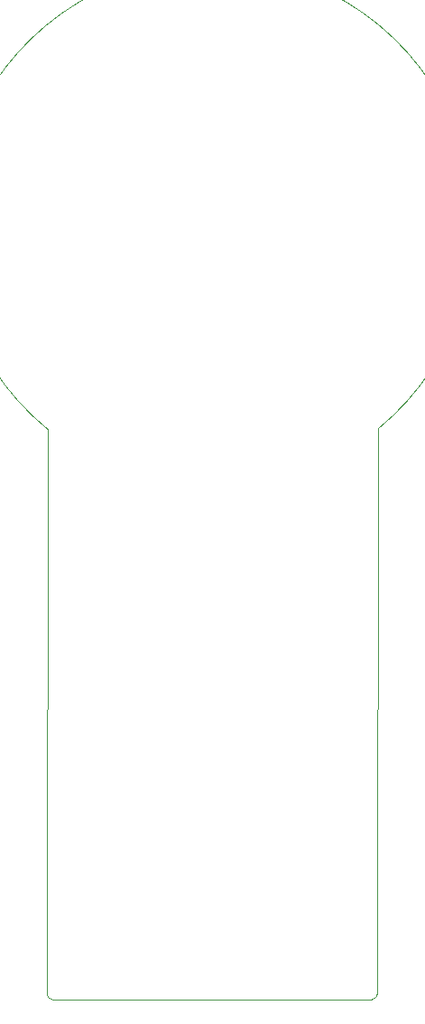
<source format=gbr>
%TF.GenerationSoftware,KiCad,Pcbnew,9.0.0*%
%TF.CreationDate,2025-04-01T22:06:04-04:00*%
%TF.ProjectId,asl,61736c2e-6b69-4636-9164-5f7063625858,rev?*%
%TF.SameCoordinates,Original*%
%TF.FileFunction,Profile,NP*%
%FSLAX46Y46*%
G04 Gerber Fmt 4.6, Leading zero omitted, Abs format (unit mm)*
G04 Created by KiCad (PCBNEW 9.0.0) date 2025-04-01 22:06:04*
%MOMM*%
%LPD*%
G01*
G04 APERTURE LIST*
%TA.AperFunction,Profile*%
%ADD10C,0.050000*%
%TD*%
G04 APERTURE END LIST*
D10*
X131000000Y-140900000D02*
G75*
G02*
X130500000Y-140400000I0J500000D01*
G01*
X130552500Y-87430253D02*
X130500000Y-140400000D01*
X130552500Y-87430254D02*
G75*
G02*
X161552500Y-87430254I15500000J18980254D01*
G01*
X161500000Y-140400000D02*
G75*
G02*
X161000000Y-140900000I-500000J0D01*
G01*
X131000000Y-140900000D02*
X161000000Y-140900000D01*
X161552498Y-87430254D02*
X161500000Y-140400000D01*
M02*

</source>
